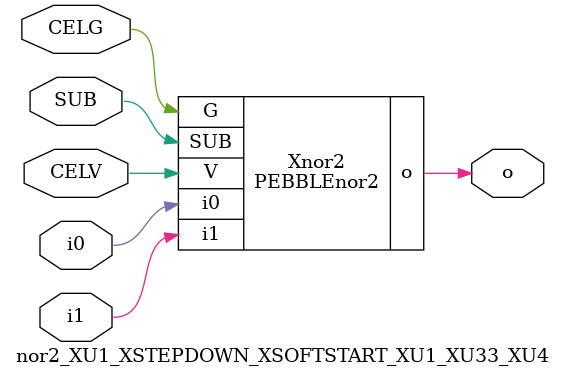
<source format=v>



module PEBBLEnor2 ( o, G, SUB, V, i0, i1 );

  input i0;
  input V;
  input i1;
  input G;
  output o;
  input SUB;
endmodule

//Celera Confidential Do Not Copy nor2_XU1_XSTEPDOWN_XSOFTSTART_XU1_XU33_XU4
//Celera Confidential Symbol Generator
//nor2
module nor2_XU1_XSTEPDOWN_XSOFTSTART_XU1_XU33_XU4 (CELV,CELG,i0,i1,o,SUB);
input CELV;
input CELG;
input i0;
input i1;
input SUB;
output o;

//Celera Confidential Do Not Copy nor2
PEBBLEnor2 Xnor2(
.V (CELV),
.i0 (i0),
.i1 (i1),
.o (o),
.SUB (SUB),
.G (CELG)
);
//,diesize,PEBBLEnor2

//Celera Confidential Do Not Copy Module End
//Celera Schematic Generator
endmodule

</source>
